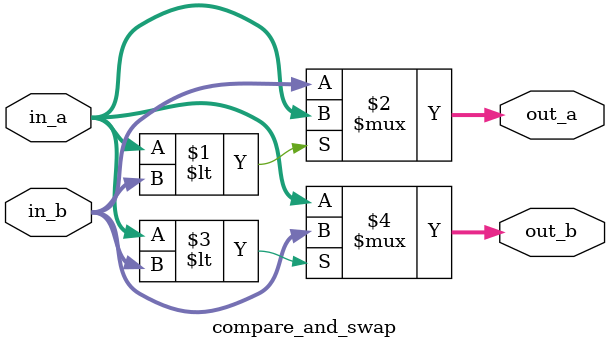
<source format=v>
`timescale 1ns / 1ps

module bitonic_sort_8
    #(parameter BIT_WIDTH = 37)
    (
    input wire clk,
    input wire [BIT_WIDTH-1:0] data_in0, data_in1, data_in2, data_in3,
    input wire [BIT_WIDTH-1:0] data_in4, data_in5, data_in6, data_in7,
    output reg [BIT_WIDTH-1:0] data_out0, data_out1, data_out2, data_out3,
    output reg [BIT_WIDTH-1:0] data_out4, data_out5, data_out6, data_out7
);

// Internal wires for the connections between comparator stages
wire [BIT_WIDTH-1:0] stage1_out0, stage1_out1, stage1_out2, stage1_out3;
wire [BIT_WIDTH-1:0] stage1_out4, stage1_out5, stage1_out6, stage1_out7;

wire [BIT_WIDTH-1:0] stage2_out0, stage2_out1, stage2_out2, stage2_out3;
wire [BIT_WIDTH-1:0] stage2_out4, stage2_out5, stage2_out6, stage2_out7;

wire [BIT_WIDTH-1:0] stage3_out0, stage3_out1, stage3_out2, stage3_out3;
wire [BIT_WIDTH-1:0] stage3_out4, stage3_out5, stage3_out6, stage3_out7;

// Instantiate comparator modules
// First Stage - Create bitonic sequences
compare_and_swap #(.BIT_WIDTH(BIT_WIDTH)) stage1_0(data_in0, data_in1, stage1_out0, stage1_out1); // Up
compare_and_swap #(.BIT_WIDTH(BIT_WIDTH)) stage1_1(data_in2, data_in3, stage1_out2, stage1_out3); // Up
compare_and_swap #(.BIT_WIDTH(BIT_WIDTH)) stage1_2(data_in4, data_in5, stage1_out4, stage1_out5); // Down
compare_and_swap #(.BIT_WIDTH(BIT_WIDTH)) stage1_3(data_in6, data_in7, stage1_out6, stage1_out7); // Down

// Second Stage - Merge bitonic sequences
compare_and_swap #(.BIT_WIDTH(BIT_WIDTH)) stage2_0(stage1_out0, stage1_out2, stage2_out0, stage2_out2); // Up
compare_and_swap #(.BIT_WIDTH(BIT_WIDTH)) stage2_1(stage1_out1, stage1_out3, stage2_out1, stage2_out3); // Up
compare_and_swap #(.BIT_WIDTH(BIT_WIDTH)) stage2_2(stage1_out4, stage1_out6, stage2_out4, stage2_out6); // Down
compare_and_swap #(.BIT_WIDTH(BIT_WIDTH)) stage2_3(stage1_out5, stage1_out7, stage2_out5, stage2_out7); // Down

// Second Stage - Continue merging
compare_and_swap #(.BIT_WIDTH(BIT_WIDTH)) stage2_4(stage2_out0, stage2_out1, stage3_out0, stage3_out1); // Up
compare_and_swap #(.BIT_WIDTH(BIT_WIDTH)) stage2_5(stage2_out2, stage2_out3, stage3_out2, stage3_out3); // Up
compare_and_swap #(.BIT_WIDTH(BIT_WIDTH)) stage2_6(stage2_out4, stage2_out5, stage3_out4, stage3_out5); // Down
compare_and_swap #(.BIT_WIDTH(BIT_WIDTH)) stage2_7(stage2_out6, stage2_out7, stage3_out6, stage3_out7); // Down

// Third Stage - Final sort
compare_and_swap #(.BIT_WIDTH(BIT_WIDTH)) stage3_0(stage3_out0, stage3_out2, stage2_out0, stage2_out2); // Up
compare_and_swap #(.BIT_WIDTH(BIT_WIDTH)) stage3_1(stage3_out1, stage3_out3, stage2_out1, stage2_out3); // Up
compare_and_swap #(.BIT_WIDTH(BIT_WIDTH)) stage3_2(stage3_out4, stage3_out6, stage2_out4, stage2_out6); // Up
compare_and_swap #(.BIT_WIDTH(BIT_WIDTH)) stage3_3(stage3_out5, stage3_out7, stage2_out5, stage2_out7); // Up

// Third Stage - Continue final sort
compare_and_swap #(.BIT_WIDTH(BIT_WIDTH)) stage3_4(stage2_out0, stage2_out1, stage3_out0, stage3_out1); // Up
compare_and_swap #(.BIT_WIDTH(BIT_WIDTH)) stage3_5(stage2_out2, stage2_out3, stage3_out2, stage3_out3); // Up
compare_and_swap #(.BIT_WIDTH(BIT_WIDTH)) stage3_6(stage2_out4, stage2_out5, stage3_out4, stage3_out5); // Up
compare_and_swap #(.BIT_WIDTH(BIT_WIDTH)) stage3_7(stage2_out6, stage2_out7, stage3_out6, stage3_out7); // Up




// Output assignment
always @(posedge clk) begin
    data_out0 <= stage3_out0;
    data_out1 <= stage3_out1;
    data_out2 <= stage3_out2;
    data_out3 <= stage3_out3;
    data_out4 <= stage3_out4;
    data_out5 <= stage3_out5;
    data_out6 <= stage3_out6;
    data_out7 <= stage3_out7;
end

endmodule


// Comparator and swapper module with parameterized bit width
module compare_and_swap
    #(parameter BIT_WIDTH = 37)
    (
    input wire [BIT_WIDTH-1:0] in_a,
    input wire [BIT_WIDTH-1:0] in_b,
    output wire [BIT_WIDTH-1:0] out_a,
    output wire [BIT_WIDTH-1:0] out_b
);
    assign out_a = (in_a < in_b) ? in_a : in_b;
    assign out_b = (in_a < in_b) ? in_b : in_a;
endmodule


</source>
